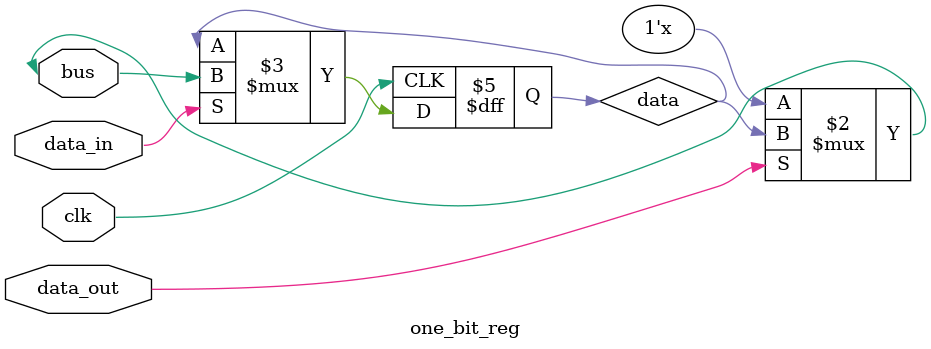
<source format=v>

module one_bit_reg (
	bus,
	clk,
	data_in,
	data_out
	// , clear function
);

inout bus; 

input clk;
input data_in;
input data_out;


reg data;

always @(posedge clk)
begin
	if (data_in)
		data <= bus;
end

assign bus = data_out ? data : 1'bz;

endmodule
</source>
